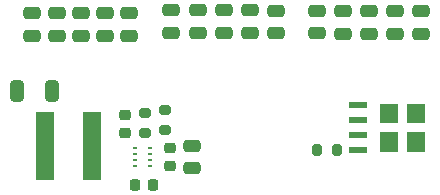
<source format=gbr>
%TF.GenerationSoftware,KiCad,Pcbnew,(6.0.7)*%
%TF.CreationDate,2022-10-31T13:10:49+02:00*%
%TF.ProjectId,DeltaX_SAGA,44656c74-6158-45f5-9341-47412e6b6963,rev?*%
%TF.SameCoordinates,Original*%
%TF.FileFunction,Paste,Bot*%
%TF.FilePolarity,Positive*%
%FSLAX46Y46*%
G04 Gerber Fmt 4.6, Leading zero omitted, Abs format (unit mm)*
G04 Created by KiCad (PCBNEW (6.0.7)) date 2022-10-31 13:10:49*
%MOMM*%
%LPD*%
G01*
G04 APERTURE LIST*
G04 Aperture macros list*
%AMRoundRect*
0 Rectangle with rounded corners*
0 $1 Rounding radius*
0 $2 $3 $4 $5 $6 $7 $8 $9 X,Y pos of 4 corners*
0 Add a 4 corners polygon primitive as box body*
4,1,4,$2,$3,$4,$5,$6,$7,$8,$9,$2,$3,0*
0 Add four circle primitives for the rounded corners*
1,1,$1+$1,$2,$3*
1,1,$1+$1,$4,$5*
1,1,$1+$1,$6,$7*
1,1,$1+$1,$8,$9*
0 Add four rect primitives between the rounded corners*
20,1,$1+$1,$2,$3,$4,$5,0*
20,1,$1+$1,$4,$5,$6,$7,0*
20,1,$1+$1,$6,$7,$8,$9,0*
20,1,$1+$1,$8,$9,$2,$3,0*%
G04 Aperture macros list end*
%ADD10C,0.010000*%
%ADD11R,0.400000X0.200000*%
%ADD12RoundRect,0.250000X0.475000X-0.250000X0.475000X0.250000X-0.475000X0.250000X-0.475000X-0.250000X0*%
%ADD13RoundRect,0.250000X-0.325000X-0.650000X0.325000X-0.650000X0.325000X0.650000X-0.325000X0.650000X0*%
%ADD14RoundRect,0.200000X-0.275000X0.200000X-0.275000X-0.200000X0.275000X-0.200000X0.275000X0.200000X0*%
%ADD15RoundRect,0.225000X0.225000X0.250000X-0.225000X0.250000X-0.225000X-0.250000X0.225000X-0.250000X0*%
%ADD16RoundRect,0.250000X-0.475000X0.250000X-0.475000X-0.250000X0.475000X-0.250000X0.475000X0.250000X0*%
%ADD17RoundRect,0.200000X0.200000X0.275000X-0.200000X0.275000X-0.200000X-0.275000X0.200000X-0.275000X0*%
%ADD18R,1.620000X0.600000*%
%ADD19RoundRect,0.225000X0.250000X-0.225000X0.250000X0.225000X-0.250000X0.225000X-0.250000X-0.225000X0*%
%ADD20R,1.650000X5.800000*%
%ADD21RoundRect,0.225000X-0.250000X0.225000X-0.250000X-0.225000X0.250000X-0.225000X0.250000X0.225000X0*%
G04 APERTURE END LIST*
%TO.C,Q1*%
G36*
X159402400Y-99522650D02*
G01*
X157972400Y-99522650D01*
X157972400Y-97982650D01*
X159402400Y-97982650D01*
X159402400Y-99522650D01*
G37*
D10*
X159402400Y-99522650D02*
X157972400Y-99522650D01*
X157972400Y-97982650D01*
X159402400Y-97982650D01*
X159402400Y-99522650D01*
G36*
X159402400Y-101922650D02*
G01*
X157972400Y-101922650D01*
X157972400Y-100382650D01*
X159402400Y-100382650D01*
X159402400Y-101922650D01*
G37*
X159402400Y-101922650D02*
X157972400Y-101922650D01*
X157972400Y-100382650D01*
X159402400Y-100382650D01*
X159402400Y-101922650D01*
G36*
X157112400Y-99522650D02*
G01*
X155682400Y-99522650D01*
X155682400Y-97982650D01*
X157112400Y-97982650D01*
X157112400Y-99522650D01*
G37*
X157112400Y-99522650D02*
X155682400Y-99522650D01*
X155682400Y-97982650D01*
X157112400Y-97982650D01*
X157112400Y-99522650D01*
G36*
X157112400Y-101922650D02*
G01*
X155682400Y-101922650D01*
X155682400Y-100382650D01*
X157112400Y-100382650D01*
X157112400Y-101922650D01*
G37*
X157112400Y-101922650D02*
X155682400Y-101922650D01*
X155682400Y-100382650D01*
X157112400Y-100382650D01*
X157112400Y-101922650D01*
%TD*%
D11*
%TO.C,U5*%
X136216600Y-101683200D03*
X136216600Y-102183200D03*
X136216600Y-102683200D03*
X136216600Y-103183200D03*
X134916600Y-103183200D03*
X134916600Y-102683200D03*
X134916600Y-102183200D03*
X134916600Y-101683200D03*
%TD*%
D12*
%TO.C,C38*%
X126234400Y-92183600D03*
X126234400Y-90283600D03*
%TD*%
D13*
%TO.C,C27*%
X124962600Y-96882600D03*
X127912600Y-96882600D03*
%TD*%
D12*
%TO.C,C31*%
X144674800Y-91955000D03*
X144674800Y-90055000D03*
%TD*%
D14*
%TO.C,R1*%
X135818800Y-98759200D03*
X135818800Y-100409200D03*
%TD*%
D12*
%TO.C,C22*%
X146884600Y-91980400D03*
X146884600Y-90080400D03*
%TD*%
D15*
%TO.C,C26*%
X136483600Y-104807400D03*
X134933600Y-104807400D03*
%TD*%
D12*
%TO.C,C20*%
X132406600Y-92183600D03*
X132406600Y-90283600D03*
%TD*%
D16*
%TO.C,C23*%
X139798000Y-101520600D03*
X139798000Y-103420600D03*
%TD*%
D12*
%TO.C,C32*%
X128291800Y-92183600D03*
X128291800Y-90283600D03*
%TD*%
D17*
%TO.C,R3*%
X152013800Y-101884200D03*
X150363800Y-101884200D03*
%TD*%
D12*
%TO.C,C17*%
X138020000Y-91955000D03*
X138020000Y-90055000D03*
%TD*%
%TO.C,C14*%
X154754600Y-92003800D03*
X154754600Y-90103800D03*
%TD*%
%TO.C,C29*%
X130349200Y-92183600D03*
X130349200Y-90283600D03*
%TD*%
D18*
%TO.C,Q1*%
X153845200Y-98047650D03*
X153845200Y-99317650D03*
X153845200Y-100587650D03*
X153845200Y-101857650D03*
%TD*%
D14*
%TO.C,R2*%
X137498800Y-98519200D03*
X137498800Y-100169200D03*
%TD*%
D12*
%TO.C,C36*%
X150309600Y-91973400D03*
X150309600Y-90073400D03*
%TD*%
%TO.C,C30*%
X156964400Y-92014000D03*
X156964400Y-90114000D03*
%TD*%
D19*
%TO.C,C25*%
X134118800Y-100429200D03*
X134118800Y-98879200D03*
%TD*%
D20*
%TO.C,L1*%
X131312600Y-101532600D03*
X127274000Y-101507200D03*
%TD*%
D21*
%TO.C,C24*%
X137867600Y-101695600D03*
X137867600Y-103245600D03*
%TD*%
D12*
%TO.C,C35*%
X134464000Y-92183600D03*
X134464000Y-90283600D03*
%TD*%
%TO.C,C34*%
X140255200Y-91955000D03*
X140255200Y-90055000D03*
%TD*%
%TO.C,C33*%
X159148800Y-92024200D03*
X159148800Y-90124200D03*
%TD*%
%TO.C,C21*%
X152544800Y-92003800D03*
X152544800Y-90103800D03*
%TD*%
%TO.C,C37*%
X142465000Y-91955000D03*
X142465000Y-90055000D03*
%TD*%
M02*

</source>
